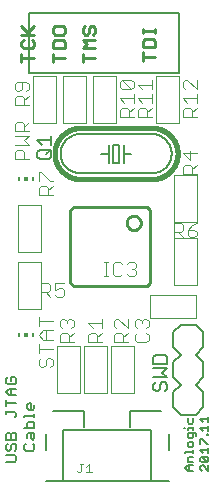
<source format=gto>
G75*
%MOIN*%
%OFA0B0*%
%FSLAX25Y25*%
%IPPOS*%
%LPD*%
%AMOC8*
5,1,8,0,0,1.08239X$1,22.5*
%
%ADD10C,0.00900*%
%ADD11C,0.00500*%
%ADD12C,0.00600*%
%ADD13C,0.00200*%
%ADD14C,0.00400*%
%ADD15C,0.01000*%
%ADD16C,0.01600*%
%ADD17R,0.00591X0.01181*%
%ADD18R,0.01181X0.01181*%
%ADD19C,0.00800*%
%ADD20C,0.00300*%
D10*
X0021553Y0144450D02*
X0021553Y0147186D01*
X0021553Y0145818D02*
X0025657Y0145818D01*
X0024973Y0149054D02*
X0025657Y0149738D01*
X0025657Y0151106D01*
X0024973Y0151790D01*
X0025657Y0153658D02*
X0021553Y0153658D01*
X0022237Y0151790D02*
X0021553Y0151106D01*
X0021553Y0149738D01*
X0022237Y0149054D01*
X0024973Y0149054D01*
X0024289Y0153658D02*
X0021553Y0156394D01*
X0023605Y0154342D02*
X0025657Y0156394D01*
X0032053Y0155710D02*
X0032053Y0154342D01*
X0032737Y0153658D01*
X0035473Y0153658D01*
X0036157Y0154342D01*
X0036157Y0155710D01*
X0035473Y0156394D01*
X0032737Y0156394D01*
X0032053Y0155710D01*
X0032737Y0151790D02*
X0032053Y0151106D01*
X0032053Y0149054D01*
X0036157Y0149054D01*
X0036157Y0151106D01*
X0035473Y0151790D01*
X0032737Y0151790D01*
X0032053Y0147186D02*
X0032053Y0144450D01*
X0032053Y0145818D02*
X0036157Y0145818D01*
X0042053Y0145818D02*
X0046157Y0145818D01*
X0046157Y0149054D02*
X0042053Y0149054D01*
X0043421Y0150422D01*
X0042053Y0151790D01*
X0046157Y0151790D01*
X0045473Y0153658D02*
X0046157Y0154342D01*
X0046157Y0155710D01*
X0045473Y0156394D01*
X0044789Y0156394D01*
X0044105Y0155710D01*
X0044105Y0154342D01*
X0043421Y0153658D01*
X0042737Y0153658D01*
X0042053Y0154342D01*
X0042053Y0155710D01*
X0042737Y0156394D01*
X0042053Y0147186D02*
X0042053Y0144450D01*
X0062053Y0144950D02*
X0062053Y0147686D01*
X0062053Y0146318D02*
X0066157Y0146318D01*
X0066157Y0149554D02*
X0066157Y0151606D01*
X0065473Y0152290D01*
X0062737Y0152290D01*
X0062053Y0151606D01*
X0062053Y0149554D01*
X0066157Y0149554D01*
X0066157Y0154158D02*
X0066157Y0155526D01*
X0066157Y0154842D02*
X0062053Y0154842D01*
X0062053Y0154158D02*
X0062053Y0155526D01*
D11*
X0074107Y0161000D02*
X0074107Y0141000D01*
X0024107Y0141000D01*
X0024107Y0161000D01*
X0074107Y0161000D01*
X0031357Y0119856D02*
X0031357Y0116854D01*
X0031357Y0118355D02*
X0026853Y0118355D01*
X0028354Y0116854D01*
X0027603Y0115253D02*
X0026853Y0114502D01*
X0026853Y0113001D01*
X0027603Y0112250D01*
X0030606Y0112250D01*
X0031357Y0113001D01*
X0031357Y0114502D01*
X0030606Y0115253D01*
X0027603Y0115253D01*
X0029855Y0113751D02*
X0031357Y0115253D01*
X0066303Y0046949D02*
X0065553Y0046198D01*
X0065553Y0043946D01*
X0070057Y0043946D01*
X0070057Y0046198D01*
X0069306Y0046949D01*
X0066303Y0046949D01*
X0065553Y0042345D02*
X0070057Y0042345D01*
X0068555Y0040843D01*
X0070057Y0039342D01*
X0065553Y0039342D01*
X0066303Y0037741D02*
X0065553Y0036990D01*
X0065553Y0035489D01*
X0066303Y0034738D01*
X0067054Y0034738D01*
X0067805Y0035489D01*
X0067805Y0036990D01*
X0068555Y0037741D01*
X0069306Y0037741D01*
X0070057Y0036990D01*
X0070057Y0035489D01*
X0069306Y0034738D01*
X0068020Y0028031D02*
X0057784Y0028031D01*
X0057784Y0022913D01*
X0064870Y0021929D02*
X0064870Y0005000D01*
X0064673Y0005000D02*
X0035540Y0005000D01*
X0035343Y0005000D02*
X0035343Y0021929D01*
X0064870Y0021929D01*
X0070579Y0020354D02*
X0070579Y0015236D01*
X0076154Y0014593D02*
X0078857Y0014593D01*
X0078857Y0014143D02*
X0078857Y0015044D01*
X0078406Y0016107D02*
X0078857Y0016558D01*
X0078857Y0017459D01*
X0078406Y0017909D01*
X0077505Y0017909D01*
X0077055Y0017459D01*
X0077055Y0016558D01*
X0077505Y0016107D01*
X0078406Y0016107D01*
X0078406Y0019054D02*
X0077505Y0019054D01*
X0077055Y0019504D01*
X0077055Y0020855D01*
X0079307Y0020855D01*
X0079757Y0020405D01*
X0079757Y0019955D01*
X0078857Y0019504D02*
X0078857Y0020855D01*
X0078857Y0022000D02*
X0078857Y0022901D01*
X0078857Y0022451D02*
X0077055Y0022451D01*
X0077055Y0022000D01*
X0076154Y0022451D02*
X0075704Y0022451D01*
X0077505Y0023965D02*
X0077055Y0024415D01*
X0077055Y0025766D01*
X0077505Y0023965D02*
X0078406Y0023965D01*
X0078857Y0024415D01*
X0078857Y0025766D01*
X0081154Y0025357D02*
X0083857Y0025357D01*
X0083857Y0026257D02*
X0083857Y0024456D01*
X0083857Y0023311D02*
X0083857Y0021509D01*
X0083857Y0022410D02*
X0081154Y0022410D01*
X0082055Y0021509D01*
X0083406Y0020486D02*
X0083857Y0020486D01*
X0083857Y0020036D01*
X0083406Y0020036D01*
X0083406Y0020486D01*
X0081605Y0018891D02*
X0083406Y0017090D01*
X0083857Y0017090D01*
X0083857Y0015945D02*
X0083857Y0014143D01*
X0083857Y0015044D02*
X0081154Y0015044D01*
X0082055Y0014143D01*
X0081605Y0012998D02*
X0083406Y0011197D01*
X0083857Y0011647D01*
X0083857Y0012548D01*
X0083406Y0012998D01*
X0081605Y0012998D01*
X0081154Y0012548D01*
X0081154Y0011647D01*
X0081605Y0011197D01*
X0083406Y0011197D01*
X0083857Y0010052D02*
X0083857Y0008250D01*
X0082055Y0010052D01*
X0081605Y0010052D01*
X0081154Y0009601D01*
X0081154Y0008700D01*
X0081605Y0008250D01*
X0078857Y0008250D02*
X0077055Y0008250D01*
X0076154Y0009151D01*
X0077055Y0010052D01*
X0078857Y0010052D01*
X0078857Y0011197D02*
X0077055Y0011197D01*
X0077055Y0012548D01*
X0077505Y0012998D01*
X0078857Y0012998D01*
X0077505Y0010052D02*
X0077505Y0008250D01*
X0076154Y0014143D02*
X0076154Y0014593D01*
X0078406Y0019054D02*
X0078857Y0019504D01*
X0081154Y0018891D02*
X0081154Y0017090D01*
X0081154Y0018891D02*
X0081605Y0018891D01*
X0082055Y0024456D02*
X0081154Y0025357D01*
X0070579Y0005000D02*
X0029634Y0005000D01*
X0029634Y0015236D02*
X0029634Y0020354D01*
X0032193Y0028031D02*
X0042429Y0028031D01*
X0042429Y0022913D01*
D12*
X0019239Y0011300D02*
X0016404Y0011300D01*
X0016404Y0013569D02*
X0019239Y0013569D01*
X0019807Y0013001D01*
X0019807Y0011867D01*
X0019239Y0011300D01*
X0019239Y0014983D02*
X0019807Y0015550D01*
X0019807Y0016685D01*
X0019239Y0017252D01*
X0018672Y0017252D01*
X0018105Y0016685D01*
X0018105Y0015550D01*
X0017538Y0014983D01*
X0016971Y0014983D01*
X0016404Y0015550D01*
X0016404Y0016685D01*
X0016971Y0017252D01*
X0016404Y0018666D02*
X0016404Y0020368D01*
X0016971Y0020935D01*
X0017538Y0020935D01*
X0018105Y0020368D01*
X0018105Y0018666D01*
X0018105Y0020368D02*
X0018672Y0020935D01*
X0019239Y0020935D01*
X0019807Y0020368D01*
X0019807Y0018666D01*
X0016404Y0018666D01*
X0019239Y0026033D02*
X0019807Y0026600D01*
X0019807Y0027167D01*
X0019239Y0027734D01*
X0016404Y0027734D01*
X0016404Y0027167D02*
X0016404Y0028301D01*
X0016404Y0029716D02*
X0016404Y0031984D01*
X0016404Y0030850D02*
X0019807Y0030850D01*
X0019807Y0033399D02*
X0017538Y0033399D01*
X0016404Y0034533D01*
X0017538Y0035667D01*
X0019807Y0035667D01*
X0019239Y0037082D02*
X0019807Y0037649D01*
X0019807Y0038783D01*
X0019239Y0039351D01*
X0018105Y0039351D01*
X0018105Y0038216D01*
X0016971Y0037082D02*
X0019239Y0037082D01*
X0018105Y0035667D02*
X0018105Y0033399D01*
X0016971Y0037082D02*
X0016404Y0037649D01*
X0016404Y0038783D01*
X0016971Y0039351D01*
X0024105Y0030757D02*
X0023538Y0030189D01*
X0023538Y0029055D01*
X0024105Y0028488D01*
X0025239Y0028488D01*
X0025807Y0029055D01*
X0025807Y0030189D01*
X0024672Y0030757D02*
X0024672Y0028488D01*
X0025807Y0027167D02*
X0025807Y0026033D01*
X0025807Y0026600D02*
X0022404Y0026600D01*
X0022404Y0026033D01*
X0024105Y0024618D02*
X0023538Y0024051D01*
X0023538Y0022349D01*
X0022404Y0022349D02*
X0025807Y0022349D01*
X0025807Y0024051D01*
X0025239Y0024618D01*
X0024105Y0024618D01*
X0024105Y0020935D02*
X0023538Y0020368D01*
X0023538Y0019233D01*
X0024672Y0019233D02*
X0024672Y0020935D01*
X0024105Y0020935D02*
X0025807Y0020935D01*
X0025807Y0019233D01*
X0025239Y0018666D01*
X0024672Y0019233D01*
X0025239Y0017252D02*
X0025807Y0016685D01*
X0025807Y0015550D01*
X0025239Y0014983D01*
X0022971Y0014983D01*
X0022404Y0015550D01*
X0022404Y0016685D01*
X0022971Y0017252D01*
X0024105Y0030757D02*
X0024672Y0030757D01*
X0041107Y0107500D02*
X0065107Y0107500D01*
X0065267Y0107502D01*
X0065426Y0107508D01*
X0065585Y0107518D01*
X0065744Y0107531D01*
X0065903Y0107549D01*
X0066061Y0107570D01*
X0066218Y0107596D01*
X0066375Y0107625D01*
X0066531Y0107658D01*
X0066686Y0107695D01*
X0066841Y0107735D01*
X0066994Y0107780D01*
X0067146Y0107828D01*
X0067297Y0107880D01*
X0067446Y0107936D01*
X0067594Y0107995D01*
X0067741Y0108058D01*
X0067886Y0108124D01*
X0068029Y0108194D01*
X0068171Y0108268D01*
X0068311Y0108344D01*
X0068449Y0108425D01*
X0068584Y0108508D01*
X0068718Y0108595D01*
X0068850Y0108686D01*
X0068979Y0108779D01*
X0069106Y0108876D01*
X0069231Y0108975D01*
X0069353Y0109078D01*
X0069472Y0109184D01*
X0069589Y0109292D01*
X0069703Y0109404D01*
X0069815Y0109518D01*
X0069923Y0109635D01*
X0070029Y0109754D01*
X0070132Y0109876D01*
X0070231Y0110001D01*
X0070328Y0110128D01*
X0070421Y0110257D01*
X0070512Y0110389D01*
X0070599Y0110523D01*
X0070682Y0110658D01*
X0070763Y0110796D01*
X0070839Y0110936D01*
X0070913Y0111078D01*
X0070983Y0111221D01*
X0071049Y0111366D01*
X0071112Y0111513D01*
X0071171Y0111661D01*
X0071227Y0111810D01*
X0071279Y0111961D01*
X0071327Y0112113D01*
X0071372Y0112266D01*
X0071412Y0112421D01*
X0071449Y0112576D01*
X0071482Y0112732D01*
X0071511Y0112889D01*
X0071537Y0113046D01*
X0071558Y0113204D01*
X0071576Y0113363D01*
X0071589Y0113522D01*
X0071599Y0113681D01*
X0071605Y0113840D01*
X0071607Y0114000D01*
X0071605Y0114160D01*
X0071599Y0114319D01*
X0071589Y0114478D01*
X0071576Y0114637D01*
X0071558Y0114796D01*
X0071537Y0114954D01*
X0071511Y0115111D01*
X0071482Y0115268D01*
X0071449Y0115424D01*
X0071412Y0115579D01*
X0071372Y0115734D01*
X0071327Y0115887D01*
X0071279Y0116039D01*
X0071227Y0116190D01*
X0071171Y0116339D01*
X0071112Y0116487D01*
X0071049Y0116634D01*
X0070983Y0116779D01*
X0070913Y0116922D01*
X0070839Y0117064D01*
X0070763Y0117204D01*
X0070682Y0117342D01*
X0070599Y0117477D01*
X0070512Y0117611D01*
X0070421Y0117743D01*
X0070328Y0117872D01*
X0070231Y0117999D01*
X0070132Y0118124D01*
X0070029Y0118246D01*
X0069923Y0118365D01*
X0069815Y0118482D01*
X0069703Y0118596D01*
X0069589Y0118708D01*
X0069472Y0118816D01*
X0069353Y0118922D01*
X0069231Y0119025D01*
X0069106Y0119124D01*
X0068979Y0119221D01*
X0068850Y0119314D01*
X0068718Y0119405D01*
X0068584Y0119492D01*
X0068449Y0119575D01*
X0068311Y0119656D01*
X0068171Y0119732D01*
X0068029Y0119806D01*
X0067886Y0119876D01*
X0067741Y0119942D01*
X0067594Y0120005D01*
X0067446Y0120064D01*
X0067297Y0120120D01*
X0067146Y0120172D01*
X0066994Y0120220D01*
X0066841Y0120265D01*
X0066686Y0120305D01*
X0066531Y0120342D01*
X0066375Y0120375D01*
X0066218Y0120404D01*
X0066061Y0120430D01*
X0065903Y0120451D01*
X0065744Y0120469D01*
X0065585Y0120482D01*
X0065426Y0120492D01*
X0065267Y0120498D01*
X0065107Y0120500D01*
X0041107Y0120500D01*
X0040947Y0120498D01*
X0040788Y0120492D01*
X0040629Y0120482D01*
X0040470Y0120469D01*
X0040311Y0120451D01*
X0040153Y0120430D01*
X0039996Y0120404D01*
X0039839Y0120375D01*
X0039683Y0120342D01*
X0039528Y0120305D01*
X0039373Y0120265D01*
X0039220Y0120220D01*
X0039068Y0120172D01*
X0038917Y0120120D01*
X0038768Y0120064D01*
X0038620Y0120005D01*
X0038473Y0119942D01*
X0038328Y0119876D01*
X0038185Y0119806D01*
X0038043Y0119732D01*
X0037903Y0119656D01*
X0037765Y0119575D01*
X0037630Y0119492D01*
X0037496Y0119405D01*
X0037364Y0119314D01*
X0037235Y0119221D01*
X0037108Y0119124D01*
X0036983Y0119025D01*
X0036861Y0118922D01*
X0036742Y0118816D01*
X0036625Y0118708D01*
X0036511Y0118596D01*
X0036399Y0118482D01*
X0036291Y0118365D01*
X0036185Y0118246D01*
X0036082Y0118124D01*
X0035983Y0117999D01*
X0035886Y0117872D01*
X0035793Y0117743D01*
X0035702Y0117611D01*
X0035615Y0117477D01*
X0035532Y0117342D01*
X0035451Y0117204D01*
X0035375Y0117064D01*
X0035301Y0116922D01*
X0035231Y0116779D01*
X0035165Y0116634D01*
X0035102Y0116487D01*
X0035043Y0116339D01*
X0034987Y0116190D01*
X0034935Y0116039D01*
X0034887Y0115887D01*
X0034842Y0115734D01*
X0034802Y0115579D01*
X0034765Y0115424D01*
X0034732Y0115268D01*
X0034703Y0115111D01*
X0034677Y0114954D01*
X0034656Y0114796D01*
X0034638Y0114637D01*
X0034625Y0114478D01*
X0034615Y0114319D01*
X0034609Y0114160D01*
X0034607Y0114000D01*
X0034609Y0113840D01*
X0034615Y0113681D01*
X0034625Y0113522D01*
X0034638Y0113363D01*
X0034656Y0113204D01*
X0034677Y0113046D01*
X0034703Y0112889D01*
X0034732Y0112732D01*
X0034765Y0112576D01*
X0034802Y0112421D01*
X0034842Y0112266D01*
X0034887Y0112113D01*
X0034935Y0111961D01*
X0034987Y0111810D01*
X0035043Y0111661D01*
X0035102Y0111513D01*
X0035165Y0111366D01*
X0035231Y0111221D01*
X0035301Y0111078D01*
X0035375Y0110936D01*
X0035451Y0110796D01*
X0035532Y0110658D01*
X0035615Y0110523D01*
X0035702Y0110389D01*
X0035793Y0110257D01*
X0035886Y0110128D01*
X0035983Y0110001D01*
X0036082Y0109876D01*
X0036185Y0109754D01*
X0036291Y0109635D01*
X0036399Y0109518D01*
X0036511Y0109404D01*
X0036625Y0109292D01*
X0036742Y0109184D01*
X0036861Y0109078D01*
X0036983Y0108975D01*
X0037108Y0108876D01*
X0037235Y0108779D01*
X0037364Y0108686D01*
X0037496Y0108595D01*
X0037630Y0108508D01*
X0037765Y0108425D01*
X0037903Y0108344D01*
X0038043Y0108268D01*
X0038185Y0108194D01*
X0038328Y0108124D01*
X0038473Y0108058D01*
X0038620Y0107995D01*
X0038768Y0107936D01*
X0038917Y0107880D01*
X0039068Y0107828D01*
X0039220Y0107780D01*
X0039373Y0107735D01*
X0039528Y0107695D01*
X0039683Y0107658D01*
X0039839Y0107625D01*
X0039996Y0107596D01*
X0040153Y0107570D01*
X0040311Y0107549D01*
X0040470Y0107531D01*
X0040629Y0107518D01*
X0040788Y0107508D01*
X0040947Y0107502D01*
X0041107Y0107500D01*
X0048107Y0114000D02*
X0050607Y0114000D01*
X0050607Y0111000D01*
X0052107Y0111000D02*
X0052107Y0117000D01*
X0054107Y0117000D01*
X0054107Y0111000D01*
X0052107Y0111000D01*
X0050607Y0114000D02*
X0050607Y0117000D01*
X0055607Y0117000D02*
X0055607Y0114000D01*
X0058107Y0114000D01*
X0055607Y0114000D02*
X0055607Y0111000D01*
D13*
X0052977Y0124232D02*
X0045236Y0124232D01*
X0045236Y0139768D01*
X0052977Y0139768D01*
X0052977Y0124232D01*
X0042977Y0124232D02*
X0035236Y0124232D01*
X0035236Y0139768D01*
X0042977Y0139768D01*
X0042977Y0124232D01*
X0032977Y0124232D02*
X0025236Y0124232D01*
X0025236Y0139768D01*
X0032977Y0139768D01*
X0032977Y0124232D01*
X0027977Y0096768D02*
X0020236Y0096768D01*
X0020236Y0081232D01*
X0027977Y0081232D01*
X0027977Y0096768D01*
X0027977Y0077768D02*
X0020236Y0077768D01*
X0020236Y0062232D01*
X0027977Y0062232D01*
X0027977Y0077768D01*
X0033236Y0049768D02*
X0040977Y0049768D01*
X0040977Y0034232D01*
X0033236Y0034232D01*
X0033236Y0049768D01*
X0042236Y0049768D02*
X0042236Y0034232D01*
X0049977Y0034232D01*
X0049977Y0049768D01*
X0042236Y0049768D01*
X0051236Y0049768D02*
X0051236Y0034232D01*
X0058977Y0034232D01*
X0058977Y0049768D01*
X0051236Y0049768D01*
X0064339Y0059130D02*
X0064339Y0066870D01*
X0079874Y0066870D01*
X0079874Y0059130D01*
X0064339Y0059130D01*
X0072236Y0070232D02*
X0079977Y0070232D01*
X0079977Y0085768D01*
X0072236Y0085768D01*
X0072236Y0070232D01*
X0072236Y0091232D02*
X0079977Y0091232D01*
X0079977Y0106768D01*
X0072236Y0106768D01*
X0072236Y0091232D01*
X0073977Y0124232D02*
X0066236Y0124232D01*
X0066236Y0139768D01*
X0073977Y0139768D01*
X0073977Y0124232D01*
D14*
X0075303Y0126200D02*
X0075303Y0128502D01*
X0076070Y0129269D01*
X0077605Y0129269D01*
X0078372Y0128502D01*
X0078372Y0126200D01*
X0079907Y0126200D02*
X0075303Y0126200D01*
X0076837Y0130804D02*
X0075303Y0132339D01*
X0079907Y0132339D01*
X0079907Y0133873D02*
X0079907Y0130804D01*
X0079907Y0129269D02*
X0078372Y0127735D01*
X0079907Y0135408D02*
X0076837Y0138477D01*
X0076070Y0138477D01*
X0075303Y0137710D01*
X0075303Y0136175D01*
X0076070Y0135408D01*
X0079907Y0135408D02*
X0079907Y0138477D01*
X0077605Y0114873D02*
X0077605Y0111804D01*
X0075303Y0114106D01*
X0079907Y0114106D01*
X0079907Y0110269D02*
X0078372Y0108735D01*
X0078372Y0109502D02*
X0077605Y0110269D01*
X0076070Y0110269D01*
X0075303Y0109502D01*
X0075303Y0107200D01*
X0079907Y0107200D01*
X0078372Y0107200D02*
X0078372Y0109502D01*
X0079980Y0090804D02*
X0078445Y0090037D01*
X0076910Y0088502D01*
X0079212Y0088502D01*
X0079980Y0087735D01*
X0079980Y0086967D01*
X0079212Y0086200D01*
X0077678Y0086200D01*
X0076910Y0086967D01*
X0076910Y0088502D01*
X0075376Y0088502D02*
X0074608Y0087735D01*
X0072307Y0087735D01*
X0073841Y0087735D02*
X0075376Y0086200D01*
X0075376Y0088502D02*
X0075376Y0090037D01*
X0074608Y0090804D01*
X0072307Y0090804D01*
X0072307Y0086200D01*
X0059772Y0077037D02*
X0059772Y0076269D01*
X0059005Y0075502D01*
X0059772Y0074735D01*
X0059772Y0073967D01*
X0059005Y0073200D01*
X0057470Y0073200D01*
X0056703Y0073967D01*
X0055168Y0073967D02*
X0054401Y0073200D01*
X0052866Y0073200D01*
X0052099Y0073967D01*
X0052099Y0077037D01*
X0052866Y0077804D01*
X0054401Y0077804D01*
X0055168Y0077037D01*
X0056703Y0077037D02*
X0057470Y0077804D01*
X0059005Y0077804D01*
X0059772Y0077037D01*
X0059005Y0075502D02*
X0058237Y0075502D01*
X0050564Y0077804D02*
X0049029Y0077804D01*
X0049797Y0077804D02*
X0049797Y0073200D01*
X0050564Y0073200D02*
X0049029Y0073200D01*
X0048407Y0058873D02*
X0048407Y0055804D01*
X0048407Y0057339D02*
X0043803Y0057339D01*
X0045337Y0055804D01*
X0044570Y0054269D02*
X0046105Y0054269D01*
X0046872Y0053502D01*
X0046872Y0051200D01*
X0046872Y0052735D02*
X0048407Y0054269D01*
X0048407Y0051200D02*
X0043803Y0051200D01*
X0043803Y0053502D01*
X0044570Y0054269D01*
X0038907Y0054269D02*
X0037372Y0052735D01*
X0037372Y0053502D02*
X0037372Y0051200D01*
X0037372Y0053502D02*
X0036605Y0054269D01*
X0035070Y0054269D01*
X0034303Y0053502D01*
X0034303Y0051200D01*
X0038907Y0051200D01*
X0038139Y0055804D02*
X0038907Y0056571D01*
X0038907Y0058106D01*
X0038139Y0058873D01*
X0037372Y0058873D01*
X0036605Y0058106D01*
X0036605Y0057339D01*
X0036605Y0058106D02*
X0035837Y0058873D01*
X0035070Y0058873D01*
X0034303Y0058106D01*
X0034303Y0056571D01*
X0035070Y0055804D01*
X0031907Y0055061D02*
X0028837Y0055061D01*
X0027303Y0053527D01*
X0028837Y0051992D01*
X0031907Y0051992D01*
X0031907Y0048923D02*
X0027303Y0048923D01*
X0027303Y0050457D02*
X0027303Y0047388D01*
X0028070Y0045854D02*
X0027303Y0045086D01*
X0027303Y0043552D01*
X0028070Y0042784D01*
X0028837Y0042784D01*
X0029605Y0043552D01*
X0029605Y0045086D01*
X0030372Y0045854D01*
X0031139Y0045854D01*
X0031907Y0045086D01*
X0031907Y0043552D01*
X0031139Y0042784D01*
X0029605Y0051992D02*
X0029605Y0055061D01*
X0031907Y0058131D02*
X0027303Y0058131D01*
X0027303Y0059665D02*
X0027303Y0056596D01*
X0028099Y0066200D02*
X0028099Y0070804D01*
X0030401Y0070804D01*
X0031168Y0070037D01*
X0031168Y0068502D01*
X0030401Y0067735D01*
X0028099Y0067735D01*
X0029633Y0067735D02*
X0031168Y0066200D01*
X0032703Y0066967D02*
X0033470Y0066200D01*
X0035005Y0066200D01*
X0035772Y0066967D01*
X0035772Y0068502D01*
X0035005Y0069269D01*
X0034237Y0069269D01*
X0032703Y0068502D01*
X0032703Y0070804D01*
X0035772Y0070804D01*
X0052303Y0058106D02*
X0052303Y0056571D01*
X0053070Y0055804D01*
X0053070Y0054269D02*
X0054605Y0054269D01*
X0055372Y0053502D01*
X0055372Y0051200D01*
X0056907Y0051200D02*
X0052303Y0051200D01*
X0052303Y0053502D01*
X0053070Y0054269D01*
X0052303Y0058106D02*
X0053070Y0058873D01*
X0053837Y0058873D01*
X0056907Y0055804D01*
X0056907Y0058873D01*
X0059303Y0058106D02*
X0059303Y0056571D01*
X0060070Y0055804D01*
X0060070Y0054269D02*
X0059303Y0053502D01*
X0059303Y0051967D01*
X0060070Y0051200D01*
X0063139Y0051200D01*
X0063907Y0051967D01*
X0063907Y0053502D01*
X0063139Y0054269D01*
X0063139Y0055804D02*
X0063907Y0056571D01*
X0063907Y0058106D01*
X0063139Y0058873D01*
X0062372Y0058873D01*
X0061605Y0058106D01*
X0061605Y0057339D01*
X0061605Y0058106D02*
X0060837Y0058873D01*
X0060070Y0058873D01*
X0059303Y0058106D01*
X0056907Y0054269D02*
X0055372Y0052735D01*
X0031907Y0100200D02*
X0027303Y0100200D01*
X0027303Y0102502D01*
X0028070Y0103269D01*
X0029605Y0103269D01*
X0030372Y0102502D01*
X0030372Y0100200D01*
X0030372Y0101735D02*
X0031907Y0103269D01*
X0031907Y0104804D02*
X0031139Y0104804D01*
X0028070Y0107873D01*
X0027303Y0107873D01*
X0027303Y0104804D01*
X0023907Y0112200D02*
X0019303Y0112200D01*
X0019303Y0114502D01*
X0020070Y0115269D01*
X0021605Y0115269D01*
X0022372Y0114502D01*
X0022372Y0112200D01*
X0023907Y0116804D02*
X0022372Y0118339D01*
X0023907Y0119873D01*
X0019303Y0119873D01*
X0019303Y0121408D02*
X0019303Y0123710D01*
X0020070Y0124477D01*
X0021605Y0124477D01*
X0022372Y0123710D01*
X0022372Y0121408D01*
X0022372Y0122942D02*
X0023907Y0124477D01*
X0023907Y0121408D02*
X0019303Y0121408D01*
X0019303Y0116804D02*
X0023907Y0116804D01*
X0023907Y0130200D02*
X0019303Y0130200D01*
X0019303Y0132502D01*
X0020070Y0133269D01*
X0021605Y0133269D01*
X0022372Y0132502D01*
X0022372Y0130200D01*
X0022372Y0131735D02*
X0023907Y0133269D01*
X0023139Y0134804D02*
X0023907Y0135571D01*
X0023907Y0137106D01*
X0023139Y0137873D01*
X0020070Y0137873D01*
X0019303Y0137106D01*
X0019303Y0135571D01*
X0020070Y0134804D01*
X0020837Y0134804D01*
X0021605Y0135571D01*
X0021605Y0137873D01*
X0054303Y0137710D02*
X0054303Y0136175D01*
X0055070Y0135408D01*
X0058139Y0135408D01*
X0055070Y0138477D01*
X0058139Y0138477D01*
X0058907Y0137710D01*
X0058907Y0136175D01*
X0058139Y0135408D01*
X0058907Y0133873D02*
X0058907Y0130804D01*
X0058907Y0132339D02*
X0054303Y0132339D01*
X0055837Y0130804D01*
X0055070Y0129269D02*
X0056605Y0129269D01*
X0057372Y0128502D01*
X0057372Y0126200D01*
X0057372Y0127735D02*
X0058907Y0129269D01*
X0060303Y0128502D02*
X0061070Y0129269D01*
X0062605Y0129269D01*
X0063372Y0128502D01*
X0063372Y0126200D01*
X0064907Y0126200D02*
X0060303Y0126200D01*
X0060303Y0128502D01*
X0058907Y0126200D02*
X0054303Y0126200D01*
X0054303Y0128502D01*
X0055070Y0129269D01*
X0054303Y0137710D02*
X0055070Y0138477D01*
X0060303Y0136942D02*
X0064907Y0136942D01*
X0064907Y0135408D02*
X0064907Y0138477D01*
X0061837Y0135408D02*
X0060303Y0136942D01*
X0060303Y0132339D02*
X0064907Y0132339D01*
X0064907Y0133873D02*
X0064907Y0130804D01*
X0064907Y0129269D02*
X0063372Y0127735D01*
X0061837Y0130804D02*
X0060303Y0132339D01*
D15*
X0063311Y0096287D02*
X0064394Y0095205D01*
X0064394Y0070795D01*
X0063311Y0069713D01*
X0038902Y0069713D01*
X0037819Y0070795D01*
X0037819Y0095205D01*
X0038902Y0096287D01*
X0063311Y0096287D01*
X0056619Y0090874D02*
X0056621Y0090971D01*
X0056627Y0091068D01*
X0056637Y0091164D01*
X0056651Y0091260D01*
X0056669Y0091356D01*
X0056690Y0091450D01*
X0056716Y0091544D01*
X0056745Y0091636D01*
X0056779Y0091727D01*
X0056815Y0091817D01*
X0056856Y0091905D01*
X0056900Y0091991D01*
X0056948Y0092076D01*
X0056999Y0092158D01*
X0057053Y0092239D01*
X0057111Y0092317D01*
X0057172Y0092392D01*
X0057235Y0092465D01*
X0057302Y0092536D01*
X0057372Y0092603D01*
X0057444Y0092668D01*
X0057519Y0092729D01*
X0057597Y0092788D01*
X0057676Y0092843D01*
X0057758Y0092895D01*
X0057842Y0092943D01*
X0057928Y0092988D01*
X0058016Y0093030D01*
X0058105Y0093068D01*
X0058196Y0093102D01*
X0058288Y0093132D01*
X0058381Y0093159D01*
X0058476Y0093181D01*
X0058571Y0093200D01*
X0058667Y0093215D01*
X0058763Y0093226D01*
X0058860Y0093233D01*
X0058957Y0093236D01*
X0059054Y0093235D01*
X0059151Y0093230D01*
X0059247Y0093221D01*
X0059343Y0093208D01*
X0059439Y0093191D01*
X0059534Y0093170D01*
X0059627Y0093146D01*
X0059720Y0093117D01*
X0059812Y0093085D01*
X0059902Y0093049D01*
X0059990Y0093010D01*
X0060077Y0092966D01*
X0060162Y0092920D01*
X0060245Y0092869D01*
X0060326Y0092816D01*
X0060404Y0092759D01*
X0060481Y0092699D01*
X0060554Y0092636D01*
X0060625Y0092570D01*
X0060693Y0092501D01*
X0060759Y0092429D01*
X0060821Y0092355D01*
X0060880Y0092278D01*
X0060936Y0092199D01*
X0060989Y0092117D01*
X0061039Y0092034D01*
X0061084Y0091948D01*
X0061127Y0091861D01*
X0061166Y0091772D01*
X0061201Y0091682D01*
X0061232Y0091590D01*
X0061259Y0091497D01*
X0061283Y0091403D01*
X0061303Y0091308D01*
X0061319Y0091212D01*
X0061331Y0091116D01*
X0061339Y0091019D01*
X0061343Y0090922D01*
X0061343Y0090826D01*
X0061339Y0090729D01*
X0061331Y0090632D01*
X0061319Y0090536D01*
X0061303Y0090440D01*
X0061283Y0090345D01*
X0061259Y0090251D01*
X0061232Y0090158D01*
X0061201Y0090066D01*
X0061166Y0089976D01*
X0061127Y0089887D01*
X0061084Y0089800D01*
X0061039Y0089714D01*
X0060989Y0089631D01*
X0060936Y0089549D01*
X0060880Y0089470D01*
X0060821Y0089393D01*
X0060759Y0089319D01*
X0060693Y0089247D01*
X0060625Y0089178D01*
X0060554Y0089112D01*
X0060481Y0089049D01*
X0060404Y0088989D01*
X0060326Y0088932D01*
X0060245Y0088879D01*
X0060162Y0088828D01*
X0060077Y0088782D01*
X0059990Y0088738D01*
X0059902Y0088699D01*
X0059812Y0088663D01*
X0059720Y0088631D01*
X0059627Y0088602D01*
X0059534Y0088578D01*
X0059439Y0088557D01*
X0059343Y0088540D01*
X0059247Y0088527D01*
X0059151Y0088518D01*
X0059054Y0088513D01*
X0058957Y0088512D01*
X0058860Y0088515D01*
X0058763Y0088522D01*
X0058667Y0088533D01*
X0058571Y0088548D01*
X0058476Y0088567D01*
X0058381Y0088589D01*
X0058288Y0088616D01*
X0058196Y0088646D01*
X0058105Y0088680D01*
X0058016Y0088718D01*
X0057928Y0088760D01*
X0057842Y0088805D01*
X0057758Y0088853D01*
X0057676Y0088905D01*
X0057597Y0088960D01*
X0057519Y0089019D01*
X0057444Y0089080D01*
X0057372Y0089145D01*
X0057302Y0089212D01*
X0057235Y0089283D01*
X0057172Y0089356D01*
X0057111Y0089431D01*
X0057053Y0089509D01*
X0056999Y0089590D01*
X0056948Y0089672D01*
X0056900Y0089757D01*
X0056856Y0089843D01*
X0056815Y0089931D01*
X0056779Y0090021D01*
X0056745Y0090112D01*
X0056716Y0090204D01*
X0056690Y0090298D01*
X0056669Y0090392D01*
X0056651Y0090488D01*
X0056637Y0090584D01*
X0056627Y0090680D01*
X0056621Y0090777D01*
X0056619Y0090874D01*
D16*
X0065107Y0105500D02*
X0041107Y0105500D01*
X0040900Y0105503D01*
X0040693Y0105510D01*
X0040487Y0105523D01*
X0040280Y0105540D01*
X0040075Y0105563D01*
X0039869Y0105591D01*
X0039665Y0105623D01*
X0039461Y0105661D01*
X0039259Y0105703D01*
X0039057Y0105751D01*
X0038857Y0105803D01*
X0038658Y0105860D01*
X0038461Y0105922D01*
X0038265Y0105989D01*
X0038071Y0106061D01*
X0037878Y0106137D01*
X0037688Y0106218D01*
X0037499Y0106304D01*
X0037313Y0106394D01*
X0037129Y0106488D01*
X0036947Y0106588D01*
X0036768Y0106691D01*
X0036591Y0106799D01*
X0036417Y0106911D01*
X0036246Y0107027D01*
X0036077Y0107148D01*
X0035912Y0107272D01*
X0035750Y0107401D01*
X0035591Y0107533D01*
X0035435Y0107669D01*
X0035282Y0107809D01*
X0035133Y0107953D01*
X0034988Y0108100D01*
X0034846Y0108251D01*
X0034708Y0108405D01*
X0034573Y0108563D01*
X0034443Y0108723D01*
X0034317Y0108887D01*
X0034194Y0109054D01*
X0034076Y0109224D01*
X0033961Y0109397D01*
X0033851Y0109572D01*
X0033746Y0109750D01*
X0033644Y0109931D01*
X0033548Y0110113D01*
X0033455Y0110299D01*
X0033367Y0110486D01*
X0033284Y0110676D01*
X0033205Y0110867D01*
X0033131Y0111060D01*
X0033062Y0111256D01*
X0032998Y0111452D01*
X0032938Y0111650D01*
X0032883Y0111850D01*
X0032833Y0112051D01*
X0032788Y0112253D01*
X0032748Y0112456D01*
X0032713Y0112660D01*
X0032683Y0112865D01*
X0032658Y0113070D01*
X0032638Y0113276D01*
X0032623Y0113483D01*
X0032613Y0113690D01*
X0032608Y0113897D01*
X0032608Y0114103D01*
X0032613Y0114310D01*
X0032623Y0114517D01*
X0032638Y0114724D01*
X0032658Y0114930D01*
X0032683Y0115135D01*
X0032713Y0115340D01*
X0032748Y0115544D01*
X0032788Y0115747D01*
X0032833Y0115949D01*
X0032883Y0116150D01*
X0032938Y0116350D01*
X0032998Y0116548D01*
X0033062Y0116744D01*
X0033131Y0116940D01*
X0033205Y0117133D01*
X0033284Y0117324D01*
X0033367Y0117514D01*
X0033455Y0117701D01*
X0033548Y0117887D01*
X0033644Y0118069D01*
X0033746Y0118250D01*
X0033851Y0118428D01*
X0033961Y0118603D01*
X0034076Y0118776D01*
X0034194Y0118946D01*
X0034317Y0119113D01*
X0034443Y0119277D01*
X0034573Y0119437D01*
X0034708Y0119595D01*
X0034846Y0119749D01*
X0034988Y0119900D01*
X0035133Y0120047D01*
X0035282Y0120191D01*
X0035435Y0120331D01*
X0035591Y0120467D01*
X0035750Y0120599D01*
X0035912Y0120728D01*
X0036077Y0120852D01*
X0036246Y0120973D01*
X0036417Y0121089D01*
X0036591Y0121201D01*
X0036768Y0121309D01*
X0036947Y0121412D01*
X0037129Y0121512D01*
X0037313Y0121606D01*
X0037499Y0121696D01*
X0037688Y0121782D01*
X0037878Y0121863D01*
X0038071Y0121939D01*
X0038265Y0122011D01*
X0038461Y0122078D01*
X0038658Y0122140D01*
X0038857Y0122197D01*
X0039057Y0122249D01*
X0039259Y0122297D01*
X0039461Y0122339D01*
X0039665Y0122377D01*
X0039869Y0122409D01*
X0040075Y0122437D01*
X0040280Y0122460D01*
X0040487Y0122477D01*
X0040693Y0122490D01*
X0040900Y0122497D01*
X0041107Y0122500D01*
X0065107Y0122500D01*
X0065314Y0122497D01*
X0065521Y0122490D01*
X0065727Y0122477D01*
X0065934Y0122460D01*
X0066139Y0122437D01*
X0066345Y0122409D01*
X0066549Y0122377D01*
X0066753Y0122339D01*
X0066955Y0122297D01*
X0067157Y0122249D01*
X0067357Y0122197D01*
X0067556Y0122140D01*
X0067753Y0122078D01*
X0067949Y0122011D01*
X0068143Y0121939D01*
X0068336Y0121863D01*
X0068526Y0121782D01*
X0068715Y0121696D01*
X0068901Y0121606D01*
X0069085Y0121512D01*
X0069267Y0121412D01*
X0069446Y0121309D01*
X0069623Y0121201D01*
X0069797Y0121089D01*
X0069968Y0120973D01*
X0070137Y0120852D01*
X0070302Y0120728D01*
X0070464Y0120599D01*
X0070623Y0120467D01*
X0070779Y0120331D01*
X0070932Y0120191D01*
X0071081Y0120047D01*
X0071226Y0119900D01*
X0071368Y0119749D01*
X0071506Y0119595D01*
X0071641Y0119437D01*
X0071771Y0119277D01*
X0071897Y0119113D01*
X0072020Y0118946D01*
X0072138Y0118776D01*
X0072253Y0118603D01*
X0072363Y0118428D01*
X0072468Y0118250D01*
X0072570Y0118069D01*
X0072666Y0117887D01*
X0072759Y0117701D01*
X0072847Y0117514D01*
X0072930Y0117324D01*
X0073009Y0117133D01*
X0073083Y0116940D01*
X0073152Y0116744D01*
X0073216Y0116548D01*
X0073276Y0116350D01*
X0073331Y0116150D01*
X0073381Y0115949D01*
X0073426Y0115747D01*
X0073466Y0115544D01*
X0073501Y0115340D01*
X0073531Y0115135D01*
X0073556Y0114930D01*
X0073576Y0114724D01*
X0073591Y0114517D01*
X0073601Y0114310D01*
X0073606Y0114103D01*
X0073606Y0113897D01*
X0073601Y0113690D01*
X0073591Y0113483D01*
X0073576Y0113276D01*
X0073556Y0113070D01*
X0073531Y0112865D01*
X0073501Y0112660D01*
X0073466Y0112456D01*
X0073426Y0112253D01*
X0073381Y0112051D01*
X0073331Y0111850D01*
X0073276Y0111650D01*
X0073216Y0111452D01*
X0073152Y0111256D01*
X0073083Y0111060D01*
X0073009Y0110867D01*
X0072930Y0110676D01*
X0072847Y0110486D01*
X0072759Y0110299D01*
X0072666Y0110113D01*
X0072570Y0109931D01*
X0072468Y0109750D01*
X0072363Y0109572D01*
X0072253Y0109397D01*
X0072138Y0109224D01*
X0072020Y0109054D01*
X0071897Y0108887D01*
X0071771Y0108723D01*
X0071641Y0108563D01*
X0071506Y0108405D01*
X0071368Y0108251D01*
X0071226Y0108100D01*
X0071081Y0107953D01*
X0070932Y0107809D01*
X0070779Y0107669D01*
X0070623Y0107533D01*
X0070464Y0107401D01*
X0070302Y0107272D01*
X0070137Y0107148D01*
X0069968Y0107027D01*
X0069797Y0106911D01*
X0069623Y0106799D01*
X0069446Y0106691D01*
X0069267Y0106588D01*
X0069085Y0106488D01*
X0068901Y0106394D01*
X0068715Y0106304D01*
X0068526Y0106218D01*
X0068336Y0106137D01*
X0068143Y0106061D01*
X0067949Y0105989D01*
X0067753Y0105922D01*
X0067556Y0105860D01*
X0067357Y0105803D01*
X0067157Y0105751D01*
X0066955Y0105703D01*
X0066753Y0105661D01*
X0066549Y0105623D01*
X0066345Y0105591D01*
X0066139Y0105563D01*
X0065934Y0105540D01*
X0065727Y0105523D01*
X0065521Y0105510D01*
X0065314Y0105503D01*
X0065107Y0105500D01*
D17*
X0025469Y0105591D03*
X0020744Y0105591D03*
X0020744Y0053409D03*
X0025469Y0053409D03*
D18*
X0023107Y0053409D03*
X0023107Y0105591D03*
D19*
X0072107Y0054500D02*
X0072107Y0049500D01*
X0074607Y0047000D01*
X0072107Y0044500D01*
X0072107Y0039500D01*
X0074607Y0037000D01*
X0072107Y0034500D01*
X0072107Y0029500D01*
X0074607Y0027000D01*
X0079607Y0027000D01*
X0082107Y0029500D01*
X0082107Y0034500D01*
X0079607Y0037000D01*
X0082107Y0039500D01*
X0082107Y0044500D01*
X0079607Y0047000D01*
X0082107Y0049500D01*
X0082107Y0054500D01*
X0079607Y0057000D01*
X0074607Y0057000D01*
X0072107Y0054500D01*
D20*
X0044902Y0007709D02*
X0042967Y0007709D01*
X0043934Y0007709D02*
X0043934Y0010612D01*
X0042967Y0009644D01*
X0041955Y0010612D02*
X0040988Y0010612D01*
X0041472Y0010612D02*
X0041472Y0008193D01*
X0040988Y0007709D01*
X0040504Y0007709D01*
X0040020Y0008193D01*
M02*

</source>
